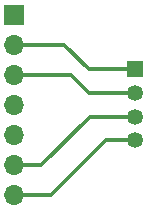
<source format=gbr>
%TF.GenerationSoftware,KiCad,Pcbnew,7.0.10-7.0.10~ubuntu22.04.1*%
%TF.CreationDate,2024-08-18T21:11:38-07:00*%
%TF.ProjectId,xl_maxsonar_adapter,786c5f6d-6178-4736-9f6e-61725f616461,rev?*%
%TF.SameCoordinates,Original*%
%TF.FileFunction,Copper,L1,Top*%
%TF.FilePolarity,Positive*%
%FSLAX46Y46*%
G04 Gerber Fmt 4.6, Leading zero omitted, Abs format (unit mm)*
G04 Created by KiCad (PCBNEW 7.0.10-7.0.10~ubuntu22.04.1) date 2024-08-18 21:11:38*
%MOMM*%
%LPD*%
G01*
G04 APERTURE LIST*
%TA.AperFunction,ComponentPad*%
%ADD10R,1.350000X1.350000*%
%TD*%
%TA.AperFunction,ComponentPad*%
%ADD11C,1.350000*%
%TD*%
%TA.AperFunction,ComponentPad*%
%ADD12R,1.700000X1.700000*%
%TD*%
%TA.AperFunction,ComponentPad*%
%ADD13O,1.700000X1.700000*%
%TD*%
%TA.AperFunction,Conductor*%
%ADD14C,0.300000*%
%TD*%
G04 APERTURE END LIST*
D10*
%TO.P,J2,1,Pin_1*%
%TO.N,/PW*%
X62250000Y-56600000D03*
D11*
%TO.P,J2,2,Pin_2*%
%TO.N,/AN*%
X62250000Y-58600000D03*
%TO.P,J2,3,Pin_3*%
%TO.N,/3V3*%
X62250000Y-60600000D03*
%TO.P,J2,4,Pin_4*%
%TO.N,/GND*%
X62250000Y-62600000D03*
%TD*%
D12*
%TO.P,J1,1,Pin_1*%
%TO.N,unconnected-(J1-Pin_1-Pad1)*%
X52000000Y-52000000D03*
D13*
%TO.P,J1,2,Pin_2*%
%TO.N,/PW*%
X52000000Y-54540000D03*
%TO.P,J1,3,Pin_3*%
%TO.N,/AN*%
X52000000Y-57080000D03*
%TO.P,J1,4,Pin_4*%
%TO.N,unconnected-(J1-Pin_4-Pad4)*%
X52000000Y-59620000D03*
%TO.P,J1,5,Pin_5*%
%TO.N,unconnected-(J1-Pin_5-Pad5)*%
X52000000Y-62160000D03*
%TO.P,J1,6,Pin_6*%
%TO.N,/3V3*%
X52000000Y-64700000D03*
%TO.P,J1,7,Pin_7*%
%TO.N,/GND*%
X52000000Y-67240000D03*
%TD*%
D14*
%TO.N,/PW*%
X56290000Y-54540000D02*
X58350000Y-56600000D01*
X58350000Y-56600000D02*
X62250000Y-56600000D01*
X52000000Y-54540000D02*
X56290000Y-54540000D01*
%TO.N,/AN*%
X52000000Y-57080000D02*
X56830000Y-57080000D01*
X56830000Y-57080000D02*
X58350000Y-58600000D01*
X58350000Y-58600000D02*
X62250000Y-58600000D01*
%TO.N,/3V3*%
X52000000Y-64700000D02*
X54350000Y-64700000D01*
X54350000Y-64700000D02*
X58450000Y-60600000D01*
X58450000Y-60600000D02*
X62250000Y-60600000D01*
%TO.N,/GND*%
X52000000Y-67240000D02*
X55210000Y-67240000D01*
X55210000Y-67240000D02*
X59850000Y-62600000D01*
X59850000Y-62600000D02*
X62250000Y-62600000D01*
%TD*%
M02*

</source>
